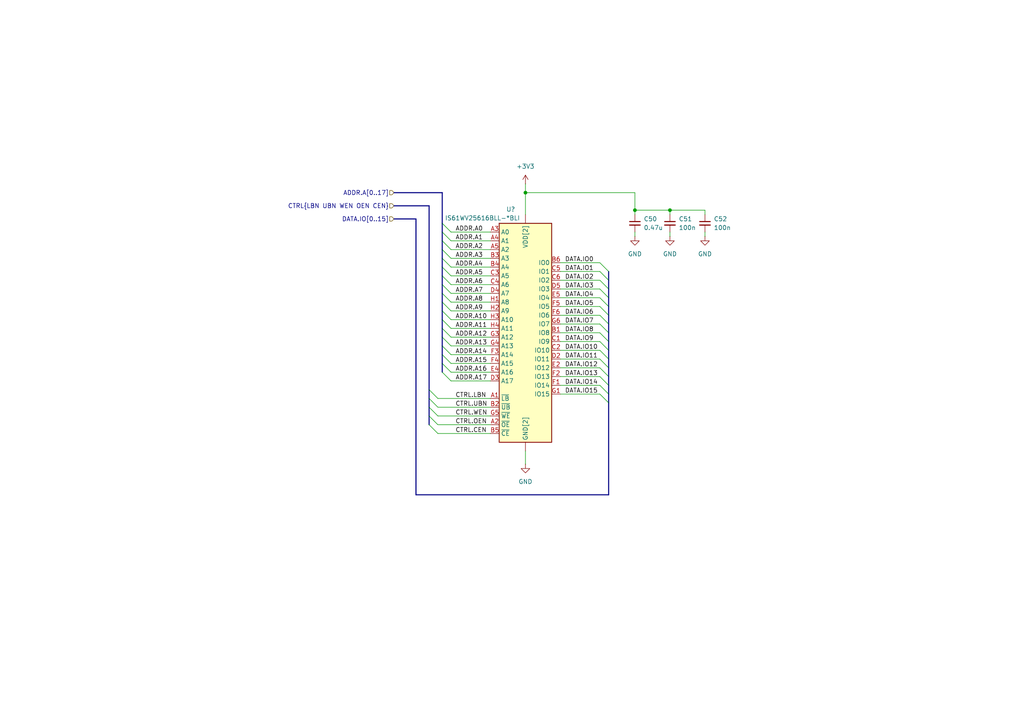
<source format=kicad_sch>
(kicad_sch (version 20231120) (generator "eeschema") (generator_version "8.0")
  (paper "A4")
  (title_block (title "${Project Designation}") (date "2024-06-30") (rev "${Revision}") (comment 1 "${Project Title}") (comment 2 "SRAM") (comment 3 "${Part Number}"))
  (lib_symbols
    (symbol "Device:C_Small" (pin_numbers hide) (pin_names (offset 0.254) hide)
      (property "Reference" "C" (at 0.254 1.778 0))
      (property "Value" "C_Small" (at 0.254 -2.032 0))
      (symbol "C_Small_0_1"
        (polyline (pts (xy -1.524 -0.508) (xy 1.524 -0.508)) (stroke (width 0.3302)))
        (polyline (pts (xy -1.524 0.508) (xy 1.524 0.508)) (stroke (width 0.3048)))
      )
      (symbol "C_Small_1_1"
        (pin passive line (at 0 2.54 270) (length 2.032) (name "~") (number "1"))
        (pin passive line (at 0 -2.54 90) (length 2.032) (name "~") (number "2"))
      )
    )
    (symbol "ECAP5-BSOM:IS61WV25616BLL-*BLI"
      (property "Reference" "U" (at -7.62 31.75 0))
      (property "Value" "IS61WV25616BLL-*BLI" (at 1.27 31.496 0))
      (symbol "IS61WV25616BLL-*BLI_0_1"
        (rectangle (start -7.62 30.48) (end 7.62 -33.02) (stroke (width 0.254)) (fill (type background)))
      )
      (symbol "IS61WV25616BLL-*BLI_1_0"
        (pin power_in line (at 0 -35.56 90) (length 2.54) (name "GND[2]") (number ""))
        (pin power_in non_logic (at 2.54 -35.56 90) (length 2.54) hide (name "NC[5]") (number ""))
        (pin power_in line (at 0 33.02 270) (length 2.54) (name "VDD[2]") (number ""))
        (pin power_in line (at -10.16 -20.32 0) (length 2.54) (name "~{LB}") (number "A1"))
        (pin power_in line (at -10.16 -27.94 0) (length 2.54) (name "~{OE}") (number "A2"))
        (pin power_in line (at -10.16 27.94 0) (length 2.54) (name "A0") (number "A3"))
        (pin power_in line (at -10.16 25.4 0) (length 2.54) (name "A1") (number "A4"))
        (pin power_in line (at -10.16 22.86 0) (length 2.54) (name "A2") (number "A5"))
        (pin power_in line (at 2.54 -35.56 90) (length 2.54) hide (name "NC") (number "A6"))
        (pin power_in line (at 10.16 -1.27 180) (length 2.54) (name "IO8") (number "B1"))
        (pin power_in line (at -10.16 -22.86 0) (length 2.54) (name "~{UB}") (number "B2"))
        (pin power_in line (at -10.16 20.32 0) (length 2.54) (name "A3") (number "B3"))
        (pin power_in line (at -10.16 17.78 0) (length 2.54) (name "A4") (number "B4"))
        (pin power_in line (at -10.16 -30.48 0) (length 2.54) (name "~{CE}") (number "B5"))
        (pin power_in line (at 10.16 19.05 180) (length 2.54) (name "IO0") (number "B6"))
        (pin power_in line (at 10.16 -3.81 180) (length 2.54) (name "IO9") (number "C1"))
        (pin power_in line (at 10.16 -6.35 180) (length 2.54) (name "IO10") (number "C2"))
        (pin power_in line (at -10.16 15.24 0) (length 2.54) (name "A5") (number "C3"))
        (pin power_in line (at -10.16 12.7 0) (length 2.54) (name "A6") (number "C4"))
        (pin power_in line (at 10.16 16.51 180) (length 2.54) (name "IO1") (number "C5"))
        (pin power_in line (at 10.16 13.97 180) (length 2.54) (name "IO2") (number "C6"))
        (pin power_in line (at 0 -35.56 90) (length 2.54) hide (name "GND") (number "D1"))
        (pin power_in line (at 10.16 -8.89 180) (length 2.54) (name "IO11") (number "D2"))
        (pin power_in line (at -10.16 -15.24 0) (length 2.54) (name "A17") (number "D3"))
        (pin power_in line (at -10.16 10.16 0) (length 2.54) (name "A7") (number "D4"))
        (pin power_in line (at 10.16 11.43 180) (length 2.54) (name "IO3") (number "D5"))
        (pin power_in line (at 0 33.02 270) (length 2.54) hide (name "VDD") (number "D6"))
        (pin power_in line (at 0 33.02 270) (length 2.54) hide (name "VDD") (number "E1"))
        (pin power_in line (at 10.16 -11.43 180) (length 2.54) (name "IO12") (number "E2"))
        (pin power_in line (at 2.54 -35.56 90) (length 2.54) hide (name "NC") (number "E3"))
        (pin power_in line (at -10.16 -12.7 0) (length 2.54) (name "A16") (number "E4"))
        (pin power_in line (at 10.16 8.89 180) (length 2.54) (name "IO4") (number "E5"))
        (pin power_in line (at 0 -35.56 90) (length 2.54) hide (name "GND") (number "E6"))
        (pin power_in line (at 10.16 -16.51 180) (length 2.54) (name "IO14") (number "F1"))
        (pin power_in line (at 10.16 -13.97 180) (length 2.54) (name "IO13") (number "F2"))
        (pin power_in line (at -10.16 -7.62 0) (length 2.54) (name "A14") (number "F3"))
        (pin power_in line (at -10.16 -10.16 0) (length 2.54) (name "A15") (number "F4"))
        (pin power_in line (at 10.16 6.35 180) (length 2.54) (name "IO5") (number "F5"))
        (pin power_in line (at 10.16 3.81 180) (length 2.54) (name "IO6") (number "F6"))
        (pin power_in line (at 10.16 -19.05 180) (length 2.54) (name "IO15") (number "G1"))
        (pin power_in line (at 2.54 -35.56 90) (length 2.54) hide (name "NC") (number "G2"))
        (pin power_in line (at -10.16 -2.54 0) (length 2.54) (name "A12") (number "G3"))
        (pin power_in line (at -10.16 -5.08 0) (length 2.54) (name "A13") (number "G4"))
        (pin power_in line (at -10.16 -25.4 0) (length 2.54) (name "~{WE}") (number "G5"))
        (pin power_in line (at 10.16 1.27 180) (length 2.54) (name "IO7") (number "G6"))
        (pin power_in line (at -10.16 7.62 0) (length 2.54) (name "A8") (number "H1"))
        (pin power_in line (at 2.54 -35.56 90) (length 2.54) hide (name "NC") (number "H1"))
        (pin power_in line (at -10.16 5.08 0) (length 2.54) (name "A9") (number "H2"))
        (pin power_in line (at -10.16 2.54 0) (length 2.54) (name "A10") (number "H3"))
        (pin power_in line (at -10.16 0 0) (length 2.54) (name "A11") (number "H4"))
        (pin power_in line (at 2.54 -35.56 90) (length 2.54) hide (name "NC") (number "H6"))
      )
    )
    (symbol "power:+3V3" (power) (pin_numbers hide) (pin_names (offset 0) hide)
      (property "Value" "+3V3" (at 0 3.556 0))
      (symbol "+3V3_0_1"
        (polyline (pts (xy -0.762 1.27) (xy 0 2.54)))
        (polyline (pts (xy 0 0) (xy 0 2.54)))
        (polyline (pts (xy 0 2.54) (xy 0.762 1.27)))
      )
      (symbol "+3V3_1_1"
        (pin power_in line (at 0 0 90) (length 0) (name "~") (number "1"))
      )
    )
    (symbol "power:GND" (power) (pin_numbers hide) (pin_names (offset 0) hide)
      (property "Value" "GND" (at 0 -3.81 0))
      (symbol "GND_0_1"
        (polyline (pts (xy 0 0) (xy 0 -1.27) (xy 1.27 -1.27) (xy 0 -2.54) (xy -1.27 -1.27) (xy 0 -1.27)))
      )
      (symbol "GND_1_1"
        (pin power_in line (at 0 0 270) (length 0) (name "~") (number "1"))
      )
    )
  )
  (junction (at 152.4 55.88))
  (junction (at 194.31 60.96))
  (junction (at 184.15 60.96))
  (bus_entry (at 128.27 100.33) (size 2.54 2.54))
  (bus_entry (at 176.53 104.14) (size -2.54 -2.54))
  (bus_entry (at 128.27 102.87) (size 2.54 2.54))
  (bus_entry (at 128.27 72.39) (size 2.54 2.54))
  (bus_entry (at 124.46 123.19) (size 2.54 2.54))
  (bus_entry (at 176.53 109.22) (size -2.54 -2.54))
  (bus_entry (at 124.46 113.03) (size 2.54 2.54))
  (bus_entry (at 128.27 90.17) (size 2.54 2.54))
  (bus_entry (at 128.27 105.41) (size 2.54 2.54))
  (bus_entry (at 176.53 99.06) (size -2.54 -2.54))
  (bus_entry (at 128.27 69.85) (size 2.54 2.54))
  (bus_entry (at 176.53 91.44) (size -2.54 -2.54))
  (bus_entry (at 128.27 82.55) (size 2.54 2.54))
  (bus_entry (at 128.27 97.79) (size 2.54 2.54))
  (bus_entry (at 176.53 78.74) (size -2.54 -2.54))
  (bus_entry (at 176.53 86.36) (size -2.54 -2.54))
  (bus_entry (at 176.53 114.3) (size -2.54 -2.54))
  (bus_entry (at 124.46 115.57) (size 2.54 2.54))
  (bus_entry (at 128.27 67.31) (size 2.54 2.54))
  (bus_entry (at 128.27 64.77) (size 2.54 2.54))
  (bus_entry (at 128.27 80.01) (size 2.54 2.54))
  (bus_entry (at 176.53 81.28) (size -2.54 -2.54))
  (bus_entry (at 176.53 116.84) (size -2.54 -2.54))
  (bus_entry (at 128.27 87.63) (size 2.54 2.54))
  (bus_entry (at 176.53 96.52) (size -2.54 -2.54))
  (bus_entry (at 128.27 95.25) (size 2.54 2.54))
  (bus_entry (at 176.53 101.6) (size -2.54 -2.54))
  (bus_entry (at 176.53 93.98) (size -2.54 -2.54))
  (bus_entry (at 128.27 74.93) (size 2.54 2.54))
  (bus_entry (at 176.53 83.82) (size -2.54 -2.54))
  (bus_entry (at 128.27 92.71) (size 2.54 2.54))
  (bus_entry (at 124.46 120.65) (size 2.54 2.54))
  (bus_entry (at 176.53 88.9) (size -2.54 -2.54))
  (bus_entry (at 176.53 106.68) (size -2.54 -2.54))
  (bus_entry (at 128.27 85.09) (size 2.54 2.54))
  (bus_entry (at 128.27 77.47) (size 2.54 2.54))
  (bus_entry (at 176.53 111.76) (size -2.54 -2.54))
  (bus_entry (at 124.46 118.11) (size 2.54 2.54))
  (bus_entry (at 128.27 107.95) (size 2.54 2.54))
  (wire (pts (xy 162.56 104.14) (xy 173.99 104.14)))
  (bus (pts (xy 128.27 92.71) (xy 128.27 90.17)))
  (wire (pts (xy 173.99 96.52) (xy 162.56 96.52)))
  (bus (pts (xy 176.53 101.6) (xy 176.53 99.06)))
  (wire (pts (xy 162.56 78.74) (xy 173.99 78.74)))
  (wire (pts (xy 127 123.19) (xy 142.24 123.19)))
  (wire (pts (xy 152.4 55.88) (xy 184.15 55.88)))
  (wire (pts (xy 173.99 81.28) (xy 162.56 81.28)))
  (bus (pts (xy 128.27 74.93) (xy 128.27 72.39)))
  (bus (pts (xy 128.27 97.79) (xy 128.27 95.25)))
  (bus (pts (xy 120.65 63.5) (xy 120.65 143.51)))
  (wire (pts (xy 130.81 95.25) (xy 142.24 95.25)))
  (bus (pts (xy 128.27 102.87) (xy 128.27 100.33)))
  (bus (pts (xy 128.27 100.33) (xy 128.27 97.79)))
  (bus (pts (xy 128.27 72.39) (xy 128.27 69.85)))
  (wire (pts (xy 162.56 109.22) (xy 173.99 109.22)))
  (bus (pts (xy 176.53 96.52) (xy 176.53 93.98)))
  (bus (pts (xy 124.46 59.69) (xy 124.46 113.03)))
  (bus (pts (xy 176.53 88.9) (xy 176.53 86.36)))
  (bus (pts (xy 128.27 90.17) (xy 128.27 87.63)))
  (bus (pts (xy 176.53 116.84) (xy 176.53 114.3)))
  (wire (pts (xy 130.81 107.95) (xy 142.24 107.95)))
  (bus (pts (xy 128.27 67.31) (xy 128.27 64.77)))
  (bus (pts (xy 176.53 111.76) (xy 176.53 109.22)))
  (wire (pts (xy 130.81 92.71) (xy 142.24 92.71)))
  (bus (pts (xy 128.27 77.47) (xy 128.27 74.93)))
  (wire (pts (xy 162.56 93.98) (xy 173.99 93.98)))
  (bus (pts (xy 128.27 80.01) (xy 128.27 77.47)))
  (wire (pts (xy 162.56 99.06) (xy 173.99 99.06)))
  (wire (pts (xy 127 120.65) (xy 142.24 120.65)))
  (bus (pts (xy 128.27 69.85) (xy 128.27 67.31)))
  (wire (pts (xy 173.99 76.2) (xy 162.56 76.2)))
  (wire (pts (xy 127 115.57) (xy 142.24 115.57)))
  (bus (pts (xy 120.65 143.51) (xy 176.53 143.51)))
  (bus (pts (xy 124.46 123.19) (xy 124.46 120.65)))
  (wire (pts (xy 130.81 97.79) (xy 142.24 97.79)))
  (bus (pts (xy 176.53 114.3) (xy 176.53 111.76)))
  (wire (pts (xy 130.81 80.01) (xy 142.24 80.01)))
  (wire (pts (xy 194.31 60.96) (xy 204.47 60.96)))
  (wire (pts (xy 194.31 67.31) (xy 194.31 68.58)))
  (bus (pts (xy 176.53 104.14) (xy 176.53 101.6)))
  (wire (pts (xy 130.81 82.55) (xy 142.24 82.55)))
  (bus (pts (xy 176.53 109.22) (xy 176.53 106.68)))
  (bus (pts (xy 128.27 107.95) (xy 128.27 105.41)))
  (bus (pts (xy 176.53 81.28) (xy 176.53 78.74)))
  (wire (pts (xy 184.15 55.88) (xy 184.15 60.96)))
  (wire (pts (xy 184.15 60.96) (xy 184.15 62.23)))
  (bus (pts (xy 176.53 106.68) (xy 176.53 104.14)))
  (bus (pts (xy 176.53 83.82) (xy 176.53 81.28)))
  (bus (pts (xy 124.46 118.11) (xy 124.46 115.57)))
  (wire (pts (xy 184.15 60.96) (xy 194.31 60.96)))
  (bus (pts (xy 128.27 105.41) (xy 128.27 102.87)))
  (bus (pts (xy 176.53 93.98) (xy 176.53 91.44)))
  (bus (pts (xy 176.53 99.06) (xy 176.53 96.52)))
  (wire (pts (xy 127 118.11) (xy 142.24 118.11)))
  (bus (pts (xy 128.27 95.25) (xy 128.27 92.71)))
  (bus (pts (xy 176.53 143.51) (xy 176.53 116.84)))
  (wire (pts (xy 152.4 55.88) (xy 152.4 62.23)))
  (bus (pts (xy 114.3 55.88) (xy 128.27 55.88)))
  (wire (pts (xy 130.81 74.93) (xy 142.24 74.93)))
  (wire (pts (xy 130.81 87.63) (xy 142.24 87.63)))
  (wire (pts (xy 130.81 69.85) (xy 142.24 69.85)))
  (wire (pts (xy 173.99 91.44) (xy 162.56 91.44)))
  (wire (pts (xy 130.81 110.49) (xy 142.24 110.49)))
  (bus (pts (xy 124.46 115.57) (xy 124.46 113.03)))
  (bus (pts (xy 124.46 120.65) (xy 124.46 118.11)))
  (wire (pts (xy 173.99 86.36) (xy 162.56 86.36)))
  (wire (pts (xy 130.81 77.47) (xy 142.24 77.47)))
  (wire (pts (xy 173.99 111.76) (xy 162.56 111.76)))
  (bus (pts (xy 128.27 87.63) (xy 128.27 85.09)))
  (wire (pts (xy 130.81 72.39) (xy 142.24 72.39)))
  (wire (pts (xy 194.31 60.96) (xy 194.31 62.23)))
  (wire (pts (xy 130.81 85.09) (xy 142.24 85.09)))
  (bus (pts (xy 128.27 55.88) (xy 128.27 64.77)))
  (wire (pts (xy 204.47 67.31) (xy 204.47 68.58)))
  (wire (pts (xy 130.81 100.33) (xy 142.24 100.33)))
  (wire (pts (xy 173.99 101.6) (xy 162.56 101.6)))
  (wire (pts (xy 130.81 102.87) (xy 142.24 102.87)))
  (bus (pts (xy 114.3 63.5) (xy 120.65 63.5)))
  (wire (pts (xy 130.81 105.41) (xy 142.24 105.41)))
  (bus (pts (xy 128.27 85.09) (xy 128.27 82.55)))
  (bus (pts (xy 128.27 82.55) (xy 128.27 80.01)))
  (wire (pts (xy 162.56 114.3) (xy 173.99 114.3)))
  (wire (pts (xy 130.81 67.31) (xy 142.24 67.31)))
  (wire (pts (xy 162.56 83.82) (xy 173.99 83.82)))
  (wire (pts (xy 127 125.73) (xy 142.24 125.73)))
  (wire (pts (xy 152.4 130.81) (xy 152.4 134.62)))
  (wire (pts (xy 162.56 88.9) (xy 173.99 88.9)))
  (bus (pts (xy 176.53 86.36) (xy 176.53 83.82)))
  (bus (pts (xy 176.53 91.44) (xy 176.53 88.9)))
  (bus (pts (xy 114.3 59.69) (xy 124.46 59.69)))
  (wire (pts (xy 130.81 90.17) (xy 142.24 90.17)))
  (wire (pts (xy 152.4 53.34) (xy 152.4 55.88)))
  (wire (pts (xy 184.15 67.31) (xy 184.15 68.58)))
  (wire (pts (xy 173.99 106.68) (xy 162.56 106.68)))
  (wire (pts (xy 204.47 60.96) (xy 204.47 62.23)))
  (label "DATA.IO4" (at 163.83 86.36 0))
  (label "ADDR.A1" (at 132.08 69.85 0))
  (label "DATA.IO9" (at 163.83 99.06 0))
  (label "ADDR.A10" (at 132.08 92.71 0))
  (label "CTRL.CEN" (at 132.08 125.73 0))
  (label "ADDR.A0" (at 132.08 67.31 0))
  (label "DATA.IO8" (at 163.83 96.52 0))
  (label "ADDR.A6" (at 132.08 82.55 0))
  (label "ADDR.A3" (at 132.08 74.93 0))
  (label "CTRL.UBN" (at 132.08 118.11 0))
  (label "ADDR.A9" (at 132.08 90.17 0))
  (label "ADDR.A16" (at 132.08 107.95 0))
  (label "ADDR.A7" (at 132.08 85.09 0))
  (label "DATA.IO5" (at 163.83 88.9 0))
  (label "ADDR.A8" (at 132.08 87.63 0))
  (label "ADDR.A4" (at 132.08 77.47 0))
  (label "ADDR.A11" (at 132.08 95.25 0))
  (label "DATA.IO14" (at 163.83 111.76 0))
  (label "ADDR.A13" (at 132.08 100.33 0))
  (label "DATA.IO0" (at 163.83 76.2 0))
  (label "DATA.IO13" (at 163.83 109.22 0))
  (label "CTRL.WEN" (at 132.08 120.65 0))
  (label "ADDR.A15" (at 132.08 105.41 0))
  (label "ADDR.A12" (at 132.08 97.79 0))
  (label "DATA.IO10" (at 163.83 101.6 0))
  (label "CTRL.LBN" (at 132.08 115.57 0))
  (label "ADDR.A17" (at 132.08 110.49 0))
  (label "DATA.IO15" (at 163.83 114.3 0))
  (label "ADDR.A14" (at 132.08 102.87 0))
  (label "DATA.IO1" (at 163.83 78.74 0))
  (label "CTRL.OEN" (at 132.08 123.19 0))
  (label "DATA.IO2" (at 163.83 81.28 0))
  (label "DATA.IO6" (at 163.83 91.44 0))
  (label "DATA.IO3" (at 163.83 83.82 0))
  (label "ADDR.A2" (at 132.08 72.39 0))
  (label "ADDR.A5" (at 132.08 80.01 0))
  (label "DATA.IO12" (at 163.83 106.68 0))
  (label "DATA.IO7" (at 163.83 93.98 0))
  (label "DATA.IO11" (at 163.83 104.14 0))
  (hierarchical_label "ADDR.A[0..17]" (shape input) (at 114.3 55.88 180))
  (hierarchical_label "DATA.IO[0..15]" (shape input) (at 114.3 63.5 180))
  (hierarchical_label "CTRL{LBN UBN WEN OEN CEN}" (shape input) (at 114.3 59.69 180))
  (symbol (lib_id "power:GND") (at 152.4 134.62 0) (unit 1)
    (property "Reference" "#PWR?" (effects (hide yes)))
    (property "Value" "GND" (at 152.4 139.7 0))
    (property "Description" "Power symbol creates a global label with name \"GND\" , ground" (effects (hide yes)))
  )
  (symbol (lib_id "Device:C_Small") (at 184.15 64.77 0) (unit 1)
    (property "Reference" "C50" (at 186.69 63.5062 0) (effects (justify left)))
    (property "Value" "0.47u" (at 186.69 66.0462 0) (effects (justify left)))
    (property "Description" "Unpolarized capacitor, small symbol" (effects (hide yes)))
  )
  (symbol (lib_id "Device:C_Small") (at 194.31 64.77 0) (unit 1)
    (property "Reference" "C51" (at 196.85 63.5062 0) (effects (justify left)))
    (property "Value" "100n" (at 196.85 66.0462 0) (effects (justify left)))
    (property "Description" "Unpolarized capacitor, small symbol" (effects (hide yes)))
  )
  (symbol (lib_id "power:GND") (at 204.47 68.58 0) (unit 1)
    (property "Reference" "#PWR055" (effects (hide yes)))
    (property "Value" "GND" (at 204.47 73.66 0))
    (property "Description" "Power symbol creates a global label with name \"GND\" , ground" (effects (hide yes)))
  )
  (symbol (lib_id "Device:C_Small") (at 204.47 64.77 0) (unit 1)
    (property "Reference" "C52" (at 207.01 63.5062 0) (effects (justify left)))
    (property "Value" "100n" (at 207.01 66.0462 0) (effects (justify left)))
    (property "Description" "Unpolarized capacitor, small symbol" (effects (hide yes)))
  )
  (symbol (lib_id "power:+3V3") (at 152.4 53.34 0) (unit 1)
    (property "Reference" "#PWR?" (effects (hide yes)))
    (property "Value" "+3V3" (at 152.4 48.26 0))
    (property "Description" "Power symbol creates a global label with name \"+3V3\"" (effects (hide yes)))
  )
  (symbol (lib_id "ECAP5-BSOM:IS61WV25616BLL-*BLI") (at 152.4 95.25 0) (unit 1)
    (property "Reference" "U?" (at 146.812 60.706 0) (effects (justify left)))
    (property "Value" "IS61WV25616BLL-*BLI" (at 129.032 63.246 0) (effects (justify left)))
    (property "Datasheet" "https://www.mouser.fr/datasheet/2/198/61_64WV25616-475188.pdf" (effects (hide yes)))
    (property "Description" "256K x 16 HIGH SPEED ASYNCHRONOUS CMOS STATIC RAM" (effects (hide yes)))
  )
  (symbol (lib_id "power:GND") (at 184.15 68.58 0) (unit 1)
    (property "Reference" "#PWR053" (effects (hide yes)))
    (property "Value" "GND" (at 184.15 73.66 0))
    (property "Description" "Power symbol creates a global label with name \"GND\" , ground" (effects (hide yes)))
  )
  (symbol (lib_id "power:GND") (at 194.31 68.58 0) (unit 1)
    (property "Reference" "#PWR054" (effects (hide yes)))
    (property "Value" "GND" (at 194.31 73.66 0))
    (property "Description" "Power symbol creates a global label with name \"GND\" , ground" (effects (hide yes)))
  )
)
</source>
